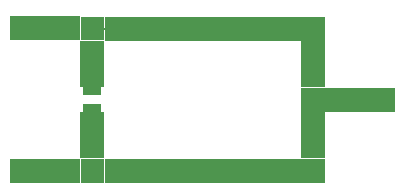
<source format=gbr>
G04 ===== Begin FILE IDENTIFICATION =====*
G04 File Format:  Gerber RS274X*
G04 ===== End FILE IDENTIFICATION =====*
%FSLAX24Y24*%
%MOMM*%
%SFA1.0000B1.0000*%
%OFA0.0B0.0*%
%ADD14R,6.000000X2.015960*%
%ADD15R,1.526500X0.635000*%
%ADD16R,16.643386X2.015960*%
%ADD17R,2.015960X2.015960*%
%ADD18R,2.015960X4.000000*%
%ADD19C,0.000025*%
%LNcond*%
%IPPOS*%
%LPD*%
G75*
D14*
X30000Y9840D03*
G36*
G01X60000Y19919D02*
G01Y-240D01*
G01X80160D01*
G01Y19919D01*
G01X60000D01*
G37*
D15*
X70080Y-43415D03*
Y-57385D03*
G36*
G01X80160Y-120720D02*
G01Y-100560D01*
G01X60000D01*
G01Y-120720D01*
G01X80160D01*
G37*
D16*
X163377Y-110640D03*
D17*
X256673D03*
G36*
G01X246593Y-60560D02*
G01X266753D01*
G01Y-40401D01*
G01X246593D01*
G01Y-60560D01*
G37*
D14*
X296753Y-50480D03*
D17*
X256673Y9679D03*
D16*
X163377D03*
D14*
X30000Y-110640D03*
D18*
X70080Y-20240D03*
Y-80560D03*
X256673D03*
Y-20401D03*
D19*
G01X80160Y9679D02*
G01X80150D01*
G01Y9840D01*
G01X80160D01*
M02*


</source>
